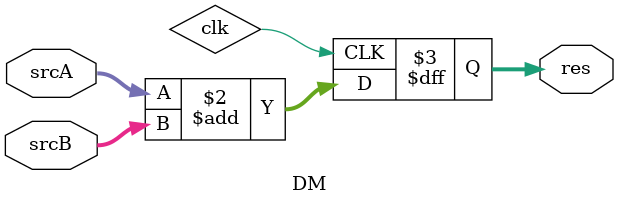
<source format=v>

module DM(
    input wire [31:0]   srcA,
    input wire [31:0]   srcB,    
    output reg [31:0]   res     
);

reg [31:0] res0;

always @(posedge clk) 
    begin   
        res0 = srcA + srcB;
        res <= res0;  
    end

endmodule
</source>
